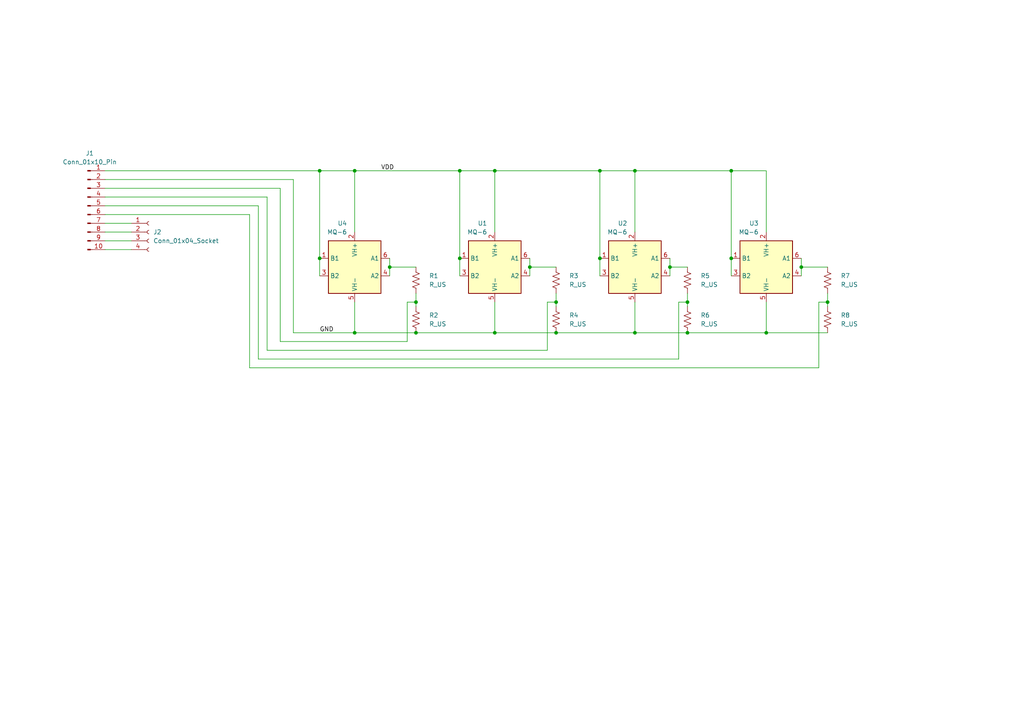
<source format=kicad_sch>
(kicad_sch (version 20231120) (generator "eeschema") (generator_version "8.0")
  (paper "A4")
  (lib_symbols
    (symbol "Connector:Conn_01x04_Socket" (pin_names (offset 1.016) hide)
      (property "Reference" "J" (at 0 5.08 0))
      (property "Value" "Conn_01x04_Socket" (at 0 -7.62 0))
      (symbol "Conn_01x04_Socket_1_1"
        (arc (start 0 -4.572) (mid -0.5058 -5.08) (end 0 -5.588) (stroke (width 0.1524)))
        (arc (start 0 -2.032) (mid -0.5058 -2.54) (end 0 -3.048) (stroke (width 0.1524)))
        (polyline (pts (xy -1.27 -5.08) (xy -0.508 -5.08)) (stroke (width 0.1524)))
        (polyline (pts (xy -1.27 -2.54) (xy -0.508 -2.54)) (stroke (width 0.1524)))
        (polyline (pts (xy -1.27 0) (xy -0.508 0)) (stroke (width 0.1524)))
        (polyline (pts (xy -1.27 2.54) (xy -0.508 2.54)) (stroke (width 0.1524)))
        (arc (start 0 0.508) (mid -0.5058 0) (end 0 -0.508) (stroke (width 0.1524)))
        (arc (start 0 3.048) (mid -0.5058 2.54) (end 0 2.032) (stroke (width 0.1524)))
        (pin passive line (at -5.08 2.54 0) (length 3.81) (name "Pin_1") (number "1"))
        (pin passive line (at -5.08 0 0) (length 3.81) (name "Pin_2") (number "2"))
        (pin passive line (at -5.08 -2.54 0) (length 3.81) (name "Pin_3") (number "3"))
        (pin passive line (at -5.08 -5.08 0) (length 3.81) (name "Pin_4") (number "4"))
      )
    )
    (symbol "Connector:Conn_01x10_Pin" (pin_names (offset 1.016) hide)
      (property "Reference" "J" (at 0 12.7 0))
      (property "Value" "Conn_01x10_Pin" (at 0 -15.24 0))
      (symbol "Conn_01x10_Pin_1_1"
        (polyline (pts (xy 1.27 -12.7) (xy 0.8636 -12.7)) (stroke (width 0.1524)))
        (polyline (pts (xy 1.27 -10.16) (xy 0.8636 -10.16)) (stroke (width 0.1524)))
        (polyline (pts (xy 1.27 -7.62) (xy 0.8636 -7.62)) (stroke (width 0.1524)))
        (polyline (pts (xy 1.27 -5.08) (xy 0.8636 -5.08)) (stroke (width 0.1524)))
        (polyline (pts (xy 1.27 -2.54) (xy 0.8636 -2.54)) (stroke (width 0.1524)))
        (polyline (pts (xy 1.27 0) (xy 0.8636 0)) (stroke (width 0.1524)))
        (polyline (pts (xy 1.27 2.54) (xy 0.8636 2.54)) (stroke (width 0.1524)))
        (polyline (pts (xy 1.27 5.08) (xy 0.8636 5.08)) (stroke (width 0.1524)))
        (polyline (pts (xy 1.27 7.62) (xy 0.8636 7.62)) (stroke (width 0.1524)))
        (polyline (pts (xy 1.27 10.16) (xy 0.8636 10.16)) (stroke (width 0.1524)))
        (rectangle (start 0.8636 -12.573) (end 0 -12.827) (stroke (width 0.1524)) (fill (type outline)))
        (rectangle (start 0.8636 -10.033) (end 0 -10.287) (stroke (width 0.1524)) (fill (type outline)))
        (rectangle (start 0.8636 -7.493) (end 0 -7.747) (stroke (width 0.1524)) (fill (type outline)))
        (rectangle (start 0.8636 -4.953) (end 0 -5.207) (stroke (width 0.1524)) (fill (type outline)))
        (rectangle (start 0.8636 -2.413) (end 0 -2.667) (stroke (width 0.1524)) (fill (type outline)))
        (rectangle (start 0.8636 0.127) (end 0 -0.127) (stroke (width 0.1524)) (fill (type outline)))
        (rectangle (start 0.8636 2.667) (end 0 2.413) (stroke (width 0.1524)) (fill (type outline)))
        (rectangle (start 0.8636 5.207) (end 0 4.953) (stroke (width 0.1524)) (fill (type outline)))
        (rectangle (start 0.8636 7.747) (end 0 7.493) (stroke (width 0.1524)) (fill (type outline)))
        (rectangle (start 0.8636 10.287) (end 0 10.033) (stroke (width 0.1524)) (fill (type outline)))
        (pin passive line (at 5.08 10.16 180) (length 3.81) (name "Pin_1") (number "1"))
        (pin passive line (at 5.08 -12.7 180) (length 3.81) (name "Pin_10") (number "10"))
        (pin passive line (at 5.08 7.62 180) (length 3.81) (name "Pin_2") (number "2"))
        (pin passive line (at 5.08 5.08 180) (length 3.81) (name "Pin_3") (number "3"))
        (pin passive line (at 5.08 2.54 180) (length 3.81) (name "Pin_4") (number "4"))
        (pin passive line (at 5.08 0 180) (length 3.81) (name "Pin_5") (number "5"))
        (pin passive line (at 5.08 -2.54 180) (length 3.81) (name "Pin_6") (number "6"))
        (pin passive line (at 5.08 -5.08 180) (length 3.81) (name "Pin_7") (number "7"))
        (pin passive line (at 5.08 -7.62 180) (length 3.81) (name "Pin_8") (number "8"))
        (pin passive line (at 5.08 -10.16 180) (length 3.81) (name "Pin_9") (number "9"))
      )
    )
    (symbol "Device:R_US" (pin_numbers hide) (pin_names (offset 0))
      (property "Reference" "R" (at 2.54 0 90))
      (property "Value" "R_US" (at -2.54 0 90))
      (symbol "R_US_0_1"
        (polyline (pts (xy 0 -2.286) (xy 0 -2.54)))
        (polyline (pts (xy 0 2.286) (xy 0 2.54)))
        (polyline (pts (xy 0 -0.762) (xy 1.016 -1.143) (xy 0 -1.524) (xy -1.016 -1.905) (xy 0 -2.286)))
        (polyline (pts (xy 0 0.762) (xy 1.016 0.381) (xy 0 0) (xy -1.016 -0.381) (xy 0 -0.762)))
        (polyline (pts (xy 0 2.286) (xy 1.016 1.905) (xy 0 1.524) (xy -1.016 1.143) (xy 0 0.762)))
      )
      (symbol "R_US_1_1"
        (pin passive line (at 0 3.81 270) (length 1.27) (name "~") (number "1"))
        (pin passive line (at 0 -3.81 90) (length 1.27) (name "~") (number "2"))
      )
    )
    (symbol "Sensor_Gas:MQ-6"
      (property "Reference" "U" (at -6.35 8.89 0))
      (property "Value" "MQ-6" (at 3.81 8.89 0))
      (symbol "MQ-6_0_1"
        (rectangle (start -7.62 7.62) (end 7.62 -7.62) (stroke (width 0.254)) (fill (type background)))
      )
      (symbol "MQ-6_1_1"
        (pin passive line (at 10.16 2.54 180) (length 2.54) (name "B1") (number "1"))
        (pin power_in line (at 0 10.16 270) (length 2.54) (name "VH+") (number "2"))
        (pin passive line (at 10.16 -2.54 180) (length 2.54) (name "B2") (number "3"))
        (pin passive line (at -10.16 -2.54 0) (length 2.54) (name "A2") (number "4"))
        (pin power_in line (at 0 -10.16 90) (length 2.54) (name "VH-") (number "5"))
        (pin passive line (at -10.16 2.54 0) (length 2.54) (name "A1") (number "6"))
      )
    )
  )
  (junction (at 173.99 49.53))
  (junction (at 120.65 96.52))
  (junction (at 240.03 87.63))
  (junction (at 194.31 77.47))
  (junction (at 133.35 49.53))
  (junction (at 161.29 87.63))
  (junction (at 102.87 49.53))
  (junction (at 232.41 77.47))
  (junction (at 161.29 96.52))
  (junction (at 143.51 49.53))
  (junction (at 173.99 74.93))
  (junction (at 143.51 96.52))
  (junction (at 199.39 87.63))
  (junction (at 133.35 74.93))
  (junction (at 92.71 74.93))
  (junction (at 92.71 49.53))
  (junction (at 212.09 49.53))
  (junction (at 184.15 49.53))
  (junction (at 102.87 96.52))
  (junction (at 212.09 74.93))
  (junction (at 120.65 87.63))
  (junction (at 153.67 77.47))
  (junction (at 184.15 96.52))
  (junction (at 199.39 96.52))
  (junction (at 113.03 77.47))
  (junction (at 222.25 96.52))
  (wire (pts (xy 81.28 54.61) (xy 30.48 54.61)))
  (wire (pts (xy 92.71 49.53) (xy 102.87 49.53)))
  (wire (pts (xy 184.15 49.53) (xy 184.15 67.31)))
  (wire (pts (xy 196.85 104.14) (xy 196.85 87.63)))
  (wire (pts (xy 173.99 49.53) (xy 184.15 49.53)))
  (wire (pts (xy 184.15 49.53) (xy 212.09 49.53)))
  (wire (pts (xy 74.93 59.69) (xy 74.93 104.14)))
  (wire (pts (xy 120.65 85.09) (xy 120.65 87.63)))
  (wire (pts (xy 194.31 74.93) (xy 194.31 77.47)))
  (wire (pts (xy 237.49 106.68) (xy 237.49 87.63)))
  (wire (pts (xy 113.03 77.47) (xy 120.65 77.47)))
  (wire (pts (xy 194.31 77.47) (xy 194.31 80.01)))
  (wire (pts (xy 30.48 69.85) (xy 38.1 69.85)))
  (wire (pts (xy 199.39 96.52) (xy 222.25 96.52)))
  (wire (pts (xy 30.48 49.53) (xy 92.71 49.53)))
  (wire (pts (xy 72.39 106.68) (xy 237.49 106.68)))
  (wire (pts (xy 212.09 49.53) (xy 222.25 49.53)))
  (wire (pts (xy 81.28 99.06) (xy 118.11 99.06)))
  (wire (pts (xy 196.85 87.63) (xy 199.39 87.63)))
  (wire (pts (xy 72.39 62.23) (xy 72.39 106.68)))
  (wire (pts (xy 184.15 87.63) (xy 184.15 96.52)))
  (wire (pts (xy 143.51 49.53) (xy 173.99 49.53)))
  (wire (pts (xy 133.35 49.53) (xy 143.51 49.53)))
  (wire (pts (xy 113.03 77.47) (xy 113.03 80.01)))
  (wire (pts (xy 199.39 85.09) (xy 199.39 87.63)))
  (wire (pts (xy 173.99 49.53) (xy 173.99 74.93)))
  (wire (pts (xy 222.25 49.53) (xy 222.25 67.31)))
  (wire (pts (xy 153.67 77.47) (xy 153.67 80.01)))
  (wire (pts (xy 133.35 49.53) (xy 133.35 74.93)))
  (wire (pts (xy 240.03 85.09) (xy 240.03 87.63)))
  (wire (pts (xy 74.93 104.14) (xy 196.85 104.14)))
  (wire (pts (xy 184.15 96.52) (xy 199.39 96.52)))
  (wire (pts (xy 161.29 85.09) (xy 161.29 87.63)))
  (wire (pts (xy 232.41 77.47) (xy 232.41 80.01)))
  (wire (pts (xy 222.25 96.52) (xy 240.03 96.52)))
  (wire (pts (xy 30.48 72.39) (xy 38.1 72.39)))
  (wire (pts (xy 92.71 74.93) (xy 92.71 80.01)))
  (wire (pts (xy 102.87 87.63) (xy 102.87 96.52)))
  (wire (pts (xy 158.75 101.6) (xy 158.75 87.63)))
  (wire (pts (xy 240.03 87.63) (xy 240.03 88.9)))
  (wire (pts (xy 77.47 57.15) (xy 77.47 101.6)))
  (wire (pts (xy 30.48 67.31) (xy 38.1 67.31)))
  (wire (pts (xy 118.11 87.63) (xy 120.65 87.63)))
  (wire (pts (xy 77.47 57.15) (xy 30.48 57.15)))
  (wire (pts (xy 232.41 77.47) (xy 240.03 77.47)))
  (wire (pts (xy 222.25 87.63) (xy 222.25 96.52)))
  (wire (pts (xy 72.39 62.23) (xy 30.48 62.23)))
  (wire (pts (xy 113.03 74.93) (xy 113.03 77.47)))
  (wire (pts (xy 30.48 52.07) (xy 85.09 52.07)))
  (wire (pts (xy 173.99 74.93) (xy 173.99 80.01)))
  (wire (pts (xy 74.93 59.69) (xy 30.48 59.69)))
  (wire (pts (xy 102.87 49.53) (xy 133.35 49.53)))
  (wire (pts (xy 143.51 49.53) (xy 143.51 67.31)))
  (wire (pts (xy 212.09 74.93) (xy 212.09 80.01)))
  (wire (pts (xy 30.48 64.77) (xy 38.1 64.77)))
  (wire (pts (xy 237.49 87.63) (xy 240.03 87.63)))
  (wire (pts (xy 133.35 74.93) (xy 133.35 80.01)))
  (wire (pts (xy 199.39 87.63) (xy 199.39 88.9)))
  (wire (pts (xy 161.29 96.52) (xy 184.15 96.52)))
  (wire (pts (xy 77.47 101.6) (xy 158.75 101.6)))
  (wire (pts (xy 120.65 96.52) (xy 143.51 96.52)))
  (wire (pts (xy 102.87 96.52) (xy 120.65 96.52)))
  (wire (pts (xy 85.09 96.52) (xy 102.87 96.52)))
  (wire (pts (xy 120.65 87.63) (xy 120.65 88.9)))
  (wire (pts (xy 161.29 87.63) (xy 161.29 88.9)))
  (wire (pts (xy 92.71 49.53) (xy 92.71 74.93)))
  (wire (pts (xy 85.09 52.07) (xy 85.09 96.52)))
  (wire (pts (xy 194.31 77.47) (xy 199.39 77.47)))
  (wire (pts (xy 118.11 99.06) (xy 118.11 87.63)))
  (wire (pts (xy 232.41 74.93) (xy 232.41 77.47)))
  (wire (pts (xy 102.87 49.53) (xy 102.87 67.31)))
  (wire (pts (xy 153.67 74.93) (xy 153.67 77.47)))
  (wire (pts (xy 153.67 77.47) (xy 161.29 77.47)))
  (wire (pts (xy 143.51 96.52) (xy 161.29 96.52)))
  (wire (pts (xy 81.28 54.61) (xy 81.28 99.06)))
  (wire (pts (xy 212.09 49.53) (xy 212.09 74.93)))
  (wire (pts (xy 158.75 87.63) (xy 161.29 87.63)))
  (wire (pts (xy 143.51 87.63) (xy 143.51 96.52)))
  (label "VDD" (at 110.49 49.53 0))
  (label "GND" (at 92.71 96.52 0))
  (symbol (lib_id "Connector:Conn_01x10_Pin") (at 25.4 59.69 0) (unit 1)
    (property "Reference" "J1" (at 26.035 44.45 0))
    (property "Value" "Conn_01x10_Pin" (at 26.035 46.99 0))
    (property "Footprint" "Connector_PinHeader_2.54mm:PinHeader_1x10_P2.54mm_Vertical" (effects (hide yes)))
    (property "Description" "Generic connector, single row, 01x10, script generated" (effects (hide yes)))
  )
  (symbol (lib_id "Sensor_Gas:MQ-6") (at 184.15 77.47 0) (mirror y) (unit 1)
    (property "Reference" "U2" (at 181.9559 64.77 0) (effects (justify left)))
    (property "Value" "MQ-6" (at 181.9559 67.31 0) (effects (justify left)))
    (property "Footprint" "Sensor:MQ-6" (effects (hide yes)))
    (property "Datasheet" "https://www.winsen-sensor.com/d/files/semiconductor/mq-6.pdf" (effects (hide yes)))
    (property "Description" "Semiconductor Sensor for Flammable Gas" (effects (hide yes)))
  )
  (symbol (lib_id "Device:R_US") (at 240.03 92.71 0) (unit 1)
    (property "Reference" "R8" (at 243.84 91.4399 0) (effects (justify left)))
    (property "Value" "R_US" (at 243.84 93.9799 0) (effects (justify left)))
    (property "Footprint" "Resistor_SMD:R_0805_2012Metric" (effects (hide yes)))
    (property "Description" "Resistor, US symbol" (effects (hide yes)))
  )
  (symbol (lib_id "Sensor_Gas:MQ-6") (at 143.51 77.47 0) (mirror y) (unit 1)
    (property "Reference" "U1" (at 141.3159 64.77 0) (effects (justify left)))
    (property "Value" "MQ-6" (at 141.3159 67.31 0) (effects (justify left)))
    (property "Footprint" "Sensor:MQ-6" (effects (hide yes)))
    (property "Datasheet" "https://www.winsen-sensor.com/d/files/semiconductor/mq-6.pdf" (effects (hide yes)))
    (property "Description" "Semiconductor Sensor for Flammable Gas" (effects (hide yes)))
  )
  (symbol (lib_id "Device:R_US") (at 240.03 81.28 0) (unit 1)
    (property "Reference" "R7" (at 243.84 80.0099 0) (effects (justify left)))
    (property "Value" "R_US" (at 243.84 82.5499 0) (effects (justify left)))
    (property "Footprint" "Resistor_SMD:R_0805_2012Metric" (effects (hide yes)))
    (property "Description" "Resistor, US symbol" (effects (hide yes)))
  )
  (symbol (lib_id "Device:R_US") (at 120.65 92.71 0) (unit 1)
    (property "Reference" "R2" (at 124.46 91.4399 0) (effects (justify left)))
    (property "Value" "R_US" (at 124.46 93.9799 0) (effects (justify left)))
    (property "Footprint" "Resistor_SMD:R_0805_2012Metric" (effects (hide yes)))
    (property "Description" "Resistor, US symbol" (effects (hide yes)))
  )
  (symbol (lib_id "Device:R_US") (at 199.39 92.71 0) (unit 1)
    (property "Reference" "R6" (at 203.2 91.4399 0) (effects (justify left)))
    (property "Value" "R_US" (at 203.2 93.9799 0) (effects (justify left)))
    (property "Footprint" "Resistor_SMD:R_0805_2012Metric" (effects (hide yes)))
    (property "Description" "Resistor, US symbol" (effects (hide yes)))
  )
  (symbol (lib_id "Device:R_US") (at 161.29 92.71 0) (unit 1)
    (property "Reference" "R4" (at 165.1 91.4399 0) (effects (justify left)))
    (property "Value" "R_US" (at 165.1 93.9799 0) (effects (justify left)))
    (property "Footprint" "Resistor_SMD:R_0805_2012Metric" (effects (hide yes)))
    (property "Description" "Resistor, US symbol" (effects (hide yes)))
  )
  (symbol (lib_id "Device:R_US") (at 120.65 81.28 0) (unit 1)
    (property "Reference" "R1" (at 124.46 80.0099 0) (effects (justify left)))
    (property "Value" "R_US" (at 124.46 82.5499 0) (effects (justify left)))
    (property "Footprint" "Resistor_SMD:R_0805_2012Metric" (effects (hide yes)))
    (property "Description" "Resistor, US symbol" (effects (hide yes)))
  )
  (symbol (lib_id "Device:R_US") (at 161.29 81.28 0) (unit 1)
    (property "Reference" "R3" (at 165.1 80.0099 0) (effects (justify left)))
    (property "Value" "R_US" (at 165.1 82.5499 0) (effects (justify left)))
    (property "Footprint" "Resistor_SMD:R_0805_2012Metric" (effects (hide yes)))
    (property "Description" "Resistor, US symbol" (effects (hide yes)))
  )
  (symbol (lib_id "Sensor_Gas:MQ-6") (at 102.87 77.47 0) (mirror y) (unit 1)
    (property "Reference" "U4" (at 100.6759 64.77 0) (effects (justify left)))
    (property "Value" "MQ-6" (at 100.6759 67.31 0) (effects (justify left)))
    (property "Footprint" "Sensor:MQ-6" (effects (hide yes)))
    (property "Datasheet" "https://www.winsen-sensor.com/d/files/semiconductor/mq-6.pdf" (effects (hide yes)))
    (property "Description" "Semiconductor Sensor for Flammable Gas" (effects (hide yes)))
  )
  (symbol (lib_id "Device:R_US") (at 199.39 81.28 0) (unit 1)
    (property "Reference" "R5" (at 203.2 80.0099 0) (effects (justify left)))
    (property "Value" "R_US" (at 203.2 82.5499 0) (effects (justify left)))
    (property "Footprint" "Resistor_SMD:R_0805_2012Metric" (effects (hide yes)))
    (property "Description" "Resistor, US symbol" (effects (hide yes)))
  )
  (symbol (lib_id "Sensor_Gas:MQ-6") (at 222.25 77.47 0) (mirror y) (unit 1)
    (property "Reference" "U3" (at 220.0559 64.77 0) (effects (justify left)))
    (property "Value" "MQ-6" (at 220.0559 67.31 0) (effects (justify left)))
    (property "Footprint" "Sensor:MQ-6" (effects (hide yes)))
    (property "Datasheet" "https://www.winsen-sensor.com/d/files/semiconductor/mq-6.pdf" (effects (hide yes)))
    (property "Description" "Semiconductor Sensor for Flammable Gas" (effects (hide yes)))
  )
  (symbol (lib_id "Connector:Conn_01x04_Socket") (at 43.18 67.31 0) (unit 1)
    (property "Reference" "J2" (at 44.45 67.3099 0) (effects (justify left)))
    (property "Value" "Conn_01x04_Socket" (at 44.45 69.8499 0) (effects (justify left)))
    (property "Footprint" "Connector_PinHeader_2.54mm:PinHeader_1x04_P2.54mm_Vertical" (effects (hide yes)))
    (property "Description" "Generic connector, single row, 01x04, script generated" (effects (hide yes)))
  )
)
</source>
